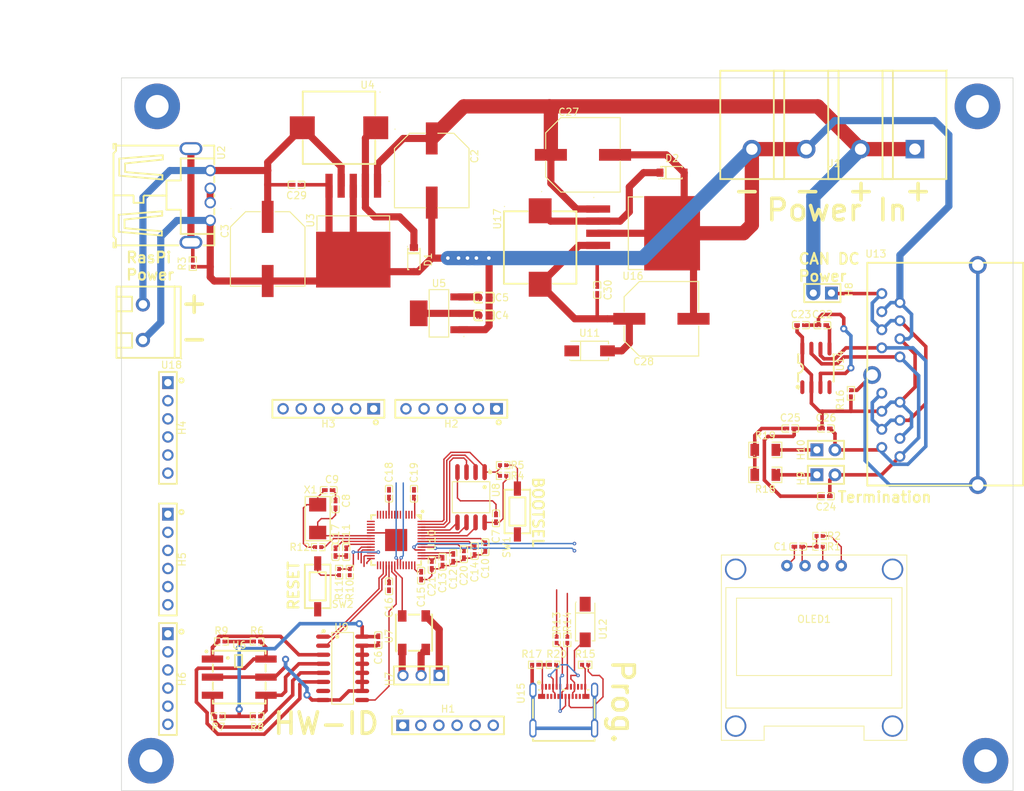
<source format=kicad_pcb>
(kicad_pcb (version 20221018) (generator pcbnew)
  (title_block (title "Dispensy Mainboard") (date "2024-01-21") (rev "0") (company "DrinkRobotics") (comment 1 "https://git.xythobuz.de/thomas/Dispensy") (comment 2 "Licensed under the CERN-OHL-S-2.0+") (comment 3 "PCB Thickness: 1mm") (comment 4 "Copyright (c) 2023 - 2024 Thomas Buck <thomas@xythobuz.de>"))
  (layers (0 "F.Cu" signal) (31 "B.Cu" signal) (34 "B.Paste" user) (35 "F.Paste" user) (36 "B.SilkS" user "B.Silkscreen") (37 "F.SilkS" user "F.Silkscreen") (38 "B.Mask" user) (39 "F.Mask" user) (44 "Edge.Cuts" user))
  (net 0 "")
  (net 1 "GND")
  (net 2 "+3.3V")
  (net 3 "+VDC")
  (net 4 "/EXT_PSU/Vout")
  (net 5 "+5V")
  (net 6 "Net-(U10-XIN)")
  (net 7 "Net-(X1-OSC2)")
  (net 8 "+1V1")
  (net 9 "Net-(U14-CANH)")
  (net 10 "Net-(C25-Pad1)")
  (net 11 "Net-(U14-CANL)")
  (net 12 "/PI/PI_PSU/Vout")
  (net 13 "Net-(U3-OUT)")
  (net 14 "Net-(U16-OUT)")
  (net 15 "/PI/ADC0")
  (net 16 "/PI/ADC1")
  (net 17 "/PI/ADC2")
  (net 18 "/PI/ADC3")
  (net 19 "/PI/IO0")
  (net 20 "/PI/IO1")
  (net 21 "/PI/IO2")
  (net 22 "/PI/IO3")
  (net 23 "/PI/IO4")
  (net 24 "/PI/IO5")
  (net 25 "/PI/IO6")
  (net 26 "/PI/IO7")
  (net 27 "/PI/IO8")
  (net 28 "/PI/IO9")
  (net 29 "/PI/IO10")
  (net 30 "/PI/IO11")
  (net 31 "/PI/IO12")
  (net 32 "/PI/IO13")
  (net 33 "/PI/IO14")
  (net 34 "/PI/IO15")
  (net 35 "/PI/Debug_Clock")
  (net 36 "/PI/Debug_Data")
  (net 37 "/PI/Debug_Tx")
  (net 38 "/PI/Debug_Rx")
  (net 39 "Net-(U7-DO)")
  (net 40 "Net-(H8-Pad1)")
  (net 41 "Net-(H9-Pad1)")
  (net 42 "Net-(H10-Pad1)")
  (net 43 "/PI/I2C_SCL")
  (net 44 "/PI/I2C_SDA")
  (net 45 "Net-(U2-SH1)")
  (net 46 "/PI/SPI_FLASH.SS")
  (net 47 "Net-(R5-Pad1)")
  (net 48 "Net-(U9-D7)")
  (net 49 "Net-(U9-D6)")
  (net 50 "Net-(U9-D5)")
  (net 51 "Net-(U9-D4)")
  (net 52 "Net-(U10-RUN)")
  (net 53 "Net-(R11-Pad2)")
  (net 54 "Net-(U10-XOUT)")
  (net 55 "/PI/USBC.DP")
  (net 56 "Net-(U10-USB_DP)")
  (net 57 "/PI/USBC.DM")
  (net 58 "Net-(U10-USB_DM)")
  (net 59 "Net-(U15-CC2)")
  (net 60 "Net-(R16-Pad1)")
  (net 61 "/PI/USBC.SHIELD")
  (net 62 "Net-(U15-CC1)")
  (net 63 "Net-(U2-D+)")
  (net 64 "/PI/LED_Din")
  (net 65 "/PI/SPI_FLASH.SD1")
  (net 66 "/PI/SPI_FLASH.SD2")
  (net 67 "/PI/SPI_FLASH.SD0")
  (net 68 "/PI/SPI_FLASH.SCLK")
  (net 69 "/PI/SPI_FLASH.SD3")
  (net 70 "/PI/SR_Load")
  (net 71 "/PI/SR_Clock")
  (net 73 "/PI/SR_Data")
  (net 74 "Net-(U10-GPIO24)")
  (net 75 "Net-(U10-GPIO25)")
  (net 76 "/PI/USBC.VBUS")
  (footprint "jlc_footprints:HDR-TH_3P-P2.54-V-F" (layer "F.Cu") (at 135.5 131.552545 180)
    (fp_text reference "H7")
    (fp_text value "WS2812")
  )
  (footprint "jlc_footprints:C0402" (layer "F.Cu") (at 138.5 115.59763 -90)
    (fp_text reference "C13")
    (fp_text value "1uF")
  )
  (footprint "jlc_footprints:R1206" (layer "F.Cu") (at 183.754966 99.907765)
    (fp_text reference "R19")
    (fp_text value "60R4")
  )
  (footprint "jlc_footprints:TO-263-5_L10.6-W9.6-P1.70-LS15.9-BR" (layer "F.Cu") (at 125.990456 68.034258 90)
    (fp_text reference "U3")
    (fp_text value "LM2576S-5_0_TR")
  )
  (footprint "jlc_footprints:R0402" (layer "F.Cu") (at 125.5 117.052545 -90)
    (fp_text reference "R10")
    (fp_text value "10K")
  )
  (footprint "jlc_footprints:CAP-SMD_BD10.0-L10.3-W10.3-FD" (layer "F.Cu") (at 158.190482 58.51762)
    (fp_text reference "C27")
    (fp_text value "100uF")
  )
  (footprint "jlc_footprints:HDR-TH_6P-P2.54-V-F" (layer "F.Cu") (at 100 96.822548 -90)
    (fp_text reference "H4")
    (fp_text value "IO_C")
  )
  (footprint "jlc_footprints:CONN-TH_4P-P7.62_L15.2-W31.7-EX4.2" (layer "F.Cu") (at 193.300464 57.717646 180)
    (fp_text reference "U1")
    (fp_text value "DBT50G-7_62-4P")
  )
  (footprint "jlc_footprints:R0402" (layer "F.Cu") (at 156 126.552545 -90)
    (fp_text reference "R14")
    (fp_text value "27R4")
  )
  (footprint "jlc_footprints:RJ45-TH_DS1129-05-S80BP-X" (layer "F.Cu") (at 206.140469 89.407765 90)
    (fp_text reference "U13")
    (fp_text value "CAN_IO")
  )
  (footprint "jlc_footprints:SOD-123_L2.8-W1.8-LS3.7-RD" (layer "F.Cu") (at 170.690482 61.01762)
    (fp_text reference "D2")
    (fp_text value "MBR340F")
  )
  (footprint "jlc_footprints:C0402" (layer "F.Cu") (at 188.754966 82.407765 180)
    (fp_text reference "C23")
    (fp_text value "47nF")
  )
  (footprint "jlc_footprints:C0402" (layer "F.Cu") (at 125 114.25 -90)
    (fp_text reference "C11")
    (fp_text value "100nF")
  )
  (footprint "jlc_footprints:CAP-SMD_BD10.0-L10.3-W10.3-FD" (layer "F.Cu") (at 136.990456 60.717646 -90)
    (fp_text reference "C2")
    (fp_text value "100uF")
  )
  (footprint "jlc_footprints:R0402" (layer "F.Cu") (at 112.5 126.78813)
    (fp_text reference "R6")
    (fp_text value "10K")
  )
  (footprint "jlc_footprints:C0402" (layer "F.Cu") (at 188.374904 113.48238 180)
    (fp_text reference "C1")
    (fp_text value "100nF")
  )
  (footprint "jlc_footprints:R0402" (layer "F.Cu") (at 154.5 126.552545 -90)
    (fp_text reference "R13")
    (fp_text value "27R4")
  )
  (footprint "jlc_footprints:C0402" (layer "F.Cu") (at 137 116.052545 -90)
    (fp_text reference "C21")
    (fp_text value "100nF")
  )
  (footprint "jlc_footprints:C0402" (layer "F.Cu") (at 192.254966 96.907765)
    (fp_text reference "C26")
    (fp_text value "100pF")
  )
  (footprint "jlc_footprints:HDR-TH_6P-P2.54-V-F" (layer "F.Cu") (at 100 132.052545 -90)
    (fp_text reference "H6")
    (fp_text value "Debug")
  )
  (footprint "jlc_footprints:C0402" (layer "F.Cu") (at 131 119.052545 -90)
    (fp_text reference "C16")
    (fp_text value "100nF")
  )
  (footprint "jlc_footprints:SOT-223-4_L6.5-W3.5-P2.30-LS7.0-BR" (layer "F.Cu") (at 138 80.75)
    (fp_text reference "U5")
    (fp_text value "AMS1117-3_3_C347222")
  )
  (footprint "jlc_footprints:SOIC-8_L5.0-W4.0-P1.27-LS6.0-BL" (layer "F.Cu") (at 190.849962 88.407765)
    (fp_text reference "U14")
    (fp_text value "TJA1042T_3_1J")
  )
  (footprint "jlc_footprints:CONN-TH_XY300V-A-5.0-2P" (layer "F.Cu") (at 96.5 82 90)
    (fp_text reference "U18")
    (fp_text value "XY300V-A-5_0-2P")
  )
  (footprint "jlc_footprints:LED-SMD_4P-L5.0-W5.0-LS5.4-TL-1" (layer "F.Cu") (at 134.5 125.552545 90)
    (fp_text reference "U7")
    (fp_text value "WS2812E-V5")
  )
  (footprint "MountingHole:MountingHole_3.2mm_M3_Pad_TopBottom" (layer "F.Cu") (at 213.5 51.717646)
    (fp_text reference "H12" hide)
    (fp_text value "MountingHole" hide)
  )
  (footprint "jlc_footprints:HDR-TH_6P-P2.54-V-F" (layer "F.Cu") (at 139.270003 138.552545)
    (fp_text reference "H1")
    (fp_text value "IO_ADC")
  )
  (footprint "jlc_footprints:R0402" (layer "F.Cu") (at 103.490456 73.784829 90)
    (fp_text reference "R3")
    (fp_text value "1M")
  )
  (footprint "jlc_footprints:C0402" (layer "F.Cu") (at 146 109.50746 90)
    (fp_text reference "C7")
    (fp_text value "100nF")
  )
  (footprint "jlc_footprints:C0402" (layer "F.Cu") (at 122.545085 105.552545 180)
    (fp_text reference "C9")
    (fp_text value "27p")
  )
  (footprint "jlc_footprints:HDR-TH_2P-P2.54-V-M-1" (layer "F.Cu") (at 191.754966 77.907765 180)
    (fp_text reference "H8")
    (fp_text value "PWR")
  )
  (footprint "jlc_footprints:HDR-TH_6P-P2.54-V-F" (layer "F.Cu") (at 139.730124 94.142588 180)
    (fp_text reference "H2")
    (fp_text value "IO_A")
  )
  (footprint "jlc_footprints:R0402" (layer "F.Cu") (at 191.374904 113.48238 180)
    (fp_text reference "R1")
    (fp_text value "10K")
  )
  (footprint "jlc_footprints:R0402" (layer "F.Cu") (at 154 130.052545 180)
    (fp_text reference "R20")
    (fp_text value "5K1")
  )
  (footprint "jlc_footprints:C0402" (layer "F.Cu") (at 131 106.052545 90)
    (fp_text reference "C18")
    (fp_text value "100nF")
  )
  (footprint "jlc_footprints:USB-C-SMD_TYPE-C-USB-18" (layer "F.Cu") (at 155.5 136.052545)
    (fp_text reference "U15")
    (fp_text value "USB-C")
  )
  (footprint "jlc_footprints:C0402" (layer "F.Cu") (at 140 115.052545 -90)
    (fp_text reference "C12")
    (fp_text value "1uF")
  )
  (footprint "jlc_footprints:OSC-SMD_2P-L5.0-W3.2" (layer "F.Cu") (at 121 109.552545 90)
    (fp_text reference "X1")
    (fp_text value "12MHz")
  )
  (footprint "jlc_footprints:SW-SMD_L6.1-W3.6-LS6.6" (layer "F.Cu") (at 149 108.552545 -90)
    (fp_text reference "SW1")
    (fp_text value "BOOTSEL")
  )
  (footprint "MountingHole:MountingHole_3.2mm_M3_Pad_TopBottom" (layer "F.Cu") (at 98.5 51.717646)
    (fp_text reference "H11" hide)
    (fp_text value "MountingHole" hide)
  )
  (footprint "jlc_footprints:TO-263-5_L10.6-W9.6-P1.70-LS15.9-BR" (layer "F.Cu") (at 165.507094 69.51762 180)
    (fp_text reference "U16")
    (fp_text value "LM2576S-5_0_TR")
  )
  (footprint "jlc_footprints:R0402" (layer "F.Cu") (at 124 117.052545 -90)
    (fp_text reference "R11")
    (fp_text value "1K")
  )
  (footprint "jlc_footprints:R0402" (layer "F.Cu") (at 121.067183 113.552545)
    (fp_text reference "R12")
    (fp_text value "1K")
  )
  (footprint "jlc_footprints:HDR-TH_6P-P2.54-V-F" (layer "F.Cu") (at 122.500127 94.142588 180)
    (fp_text reference "H3")
    (fp_text value "IO_B")
  )
  (footprint "jlc_footprints:SW-SMD_L6.1-W3.6-LS6.6" (layer "F.Cu") (at 121 119.052545 -90)
    (fp_text reference "SW2")
    (fp_text value "RESET")
  )
  (footprint "jlc_footprints:R0402" (layer "F.Cu") (at 151.5 130.052545)
    (fp_text reference "R17")
    (fp_text value "1M")
  )
  (footprint "jlc_footprints:R0402" (layer "F.Cu") (at 147 103.552545 180)
    (fp_text reference "R4")
    (fp_text value "10K")
  )
  (footprint "jlc_footprints:R0402" (layer "F.Cu") (at 158.5 130.052545 180)
    (fp_text reference "R15")
    (fp_text value "5K1")
  )
  (footprint "jlc_footprints:C0402" (layer "F.Cu") (at 141.5 114.552545 -90)
    (fp_text reference "C20")
    (fp_text value "100nF")
  )
  (footprint "jlc_footprints:SOIC-8_L5.3-W5.3-P1.27-LS8.0-BL" (layer "F.Cu") (at 142.5 106.552545 180)
    (fp_text reference "U8")
    (fp_text value "W25Q128JVSIQ")
  )
  (footprint "jlc_footprints:C0402" (layer "F.Cu") (at 192.254966 106.407765 180)
    (fp_text reference "C24")
    (fp_text value "100pF")
  )
  (footprint "jlc_footprints:SMA_L4.4-W2.8-LS5.4-R-RD" (layer "F.Cu") (at 159.125096 86.01762)
    (fp_text reference "U11")
    (fp_text value "SS54_C22452")
  )
  (footprint "MountingHole:MountingHole_3.2mm_M3_Pad_TopBottom" (layer "F.Cu") (at 214.625096 143.51762)
    (fp_text reference "H14" hide)
    (fp_text value "MountingHole" hide)
  )
  (footprint "jlc_footprints:CAP-SMD_BD10.0-L10.3-W10.3-LS11.3-FD" (layer "F.Cu") (at 113.990456 71.717646 -90)
    (fp_text reference "C3")
    (fp_text value "1000uF")
  )
  (footprint "jlc_footprints:CAP-SMD_BD10.0-L10.3-W10.3-LS11.3-FD" (layer "F.Cu") (at 169.190482 81.51762)
    (fp_text reference "C28")
    (fp_text value "1000uF")
  )
  (footprint "jlc_footprints:C0402" (layer "F.Cu") (at 144.5 113.552545 -90)
    (fp_text reference "C10")
    (fp_text value "100nF")
  )
  (footprint "jlc_footprints:C0603" (layer "F.Cu") (at 144.3349 78.549975)
    (fp_text reference "C5")
    (fp_text value "10uF")
  )
  (footprint "jlc_footprints:C0402" (layer "F.Cu") (at 134.5 106.052545 90)
    (fp_text reference "C19")
    (fp_text value "100nF")
  )
  (footprint "jlc_footprints:C0402" (layer "F.Cu") (at 135.5 117.552545 -90)
    (fp_text reference "C15")
    (fp_text value "100nF")
  )
  (footprint "jlc_footprints:R0402" (layer "F.Cu") (at 195.754966 91.974948 -90)
    (fp_text reference "R16")
    (fp_text value "1M")
  )
  (footprint "jlc_footprints:SMA_L4.4-W2.8-LS5.4-R-RD" (layer "F.Cu") (at 158.5 124.052545 -90)
    (fp_text reference "U12")
    (fp_text value "SS54_C22452")
  )
  (footprint "jlc_footprints:R0402" (layer "F.Cu") (at 147 102.052545 180)
    (fp_text reference "R5")
    (fp_text value "1K")
  )
  (footprint "jlc_footprints:SW-SMD_SM_SKCR-16S" (layer "F.Cu") (at 110 131.78813 90)
    (fp_text reference "U6")
    (fp_text value "SKCR-16S")
  )
  (footprint "jlc_footprints:C0603" (layer "F.Cu") (at 144.3349 81.049975)
    (fp_text reference "C4")
    (fp_text value "10uF")
  )
  (footprint "jlc_footprints:C0402" (layer "F.Cu") (at 187.254966 96.907765)
    (fp_text reference "C25")
    (fp_text value "4.7nF")
  )
  (footprint "jlc_footprints:C0402" (layer "F.Cu") (at 143 114.09763 -90)
    (fp_text reference "C14")
    (fp_text value "100nF")
  )
  (footprint "jlc_footprints:R1206" (layer "F.Cu") (at 183.754966 103.407765 180)
    (fp_text reference "R18")
    (fp_text value "60R4")
  )
  (footprint "jlc_footprints:USB-A-TH_USB-302-T" (layer "F.Cu") (at 104.581769 64.217646 -90)
    (fp_text reference "U2")
    (fp_text value "USB-A")
  )
  (footprint "jlc_footprints:C0402" (layer "F.Cu") (at 129.5 126.59763 90)
    (fp_text reference "C6")
    (fp_text value "100nF")
  )
  (footprint "jlc_footprints:SOIC-16_L9.9-W3.9-P1.27-LS6.0-BL" (layer "F.Cu") (at 124.5 130.552545 -90)
    (fp_text reference "U9")
    (fp_text value "74HC165D,653")
  )
  (footprint "jlc_footprints:R0402" (layer "F.Cu") (at 191.374904 111.98238 180)
    (fp_text reference "R2")
    (fp_text value "10K")
  )
  (footprint "MountingHole:MountingHole_3.2mm_M3_Pad_TopBottom" (layer "F.Cu") (at 97.625096 143.51762)
    (fp_text reference "H13" hide)
    (fp_text value "MountingHole" hide)
  )
  (footprint "jlc_footprints:SOD-123_L2.8-W1.8-LS3.7-RD" (layer "F.Cu") (at 134.490456 73.217646 -90)
    (fp_text reference "D1")
    (fp_text value "MBR340F")
  )
  (footprint "jlc_footprints:IND-SMD_L11.5-W10.0_YSPI1050" (layer "F.Cu") (at 152.190482 71.51762 -90)
    (fp_text reference "U17")
    (fp_text value "100uH")
  )
  (footprint "jlc_footprints:LQFN-56_L7.0-W7.0-P0.4-EP" (layer "F.Cu") (at 131.999873 112.552545 -90)
    (fp_text reference "U10")
    (fp_text value "RP2040")
  )
  (footprint "jlc_footprints:HDR-TH_6P-P2.54-V-F" (layer "F.Cu") (at 100 115.282542 -90)
    (fp_text reference "H5")
    (fp_text value "IO_D")
  )
  (footprint "jlc_footprints:IND-SMD_L11.5-W10.0_YSPI1050" (layer "F.Cu") (at 123.990456 54.717646 180)
    (fp_text reference "U4")
    (fp_text value "100uH")
  )
  (footprint "jlc_footprints:R0402" (layer "F.Cu") (at 112.5 137.28813)
    (fp_text reference "R8")
    (fp_text value "10K")
  )
  (footprint "jlc_footprints:C0402" (layer "F.Cu") (at 123.5 107.552545 -90)
    (fp_text reference "C8")
    (fp_text value "27p")
  )
  (footprint "jlc_footprints:C0402" (layer "F.Cu") (at 118.035541 62.717646 180)
    (fp_text reference "C29")
    (fp_text value "100nF")
  )
  (footprint "jlc_footprints:R0402" (layer "F.Cu") (at 107.5 126.78813 180)
    (fp_text reference "R9")
    (fp_text value "10K")
  )
  (footprint "extern:SSD1306_0.96_Oled" (layer "F.Cu") (at 177.595 140.655)
    (fp_text reference "OLED1")
    (fp_text value "SSD1306")
  )
  (footprint "jlc_footprints:C0402" (layer "F.Cu") (at 191.754966 82.407765)
    (fp_text reference "C22")
    (fp_text value "100nF")
  )
  (footprint "jlc_footprints:C0402" (layer "F.Cu") (at 123.5 114.25 -90)
    (fp_text reference "C17")
    (fp_text value "100nF")
  )
  (footprint "jlc_footprints:HDR-TH_2P-P2.54-V-M-1" (layer "F.Cu") (at 192.254966 99.907765)
    (fp_text reference "H10")
    (fp_text value "T_CL")
  )
  (footprint "jlc_footprints:R0402" (layer "F.Cu") (at 107.067183 137.28813 180)
    (fp_text reference "R7")
    (fp_text value "10K")
  )
  (footprint "jlc_footprints:HDR-TH_2P-P2.54-V-M-1" (layer "F.Cu") (at 192.254966 103.407765)
    (fp_text reference "H9")
    (fp_text value "T_CH")
  )
  (footprint "jlc_footprints:C0402" (layer "F.Cu") (at 160.190482 77.472535 -90)
    (fp_text reference "C30")
    (fp_text value "100nF")
  )
  (gr_rect (start 93.490456 47.717646) (end 218.490456 147.717646) (stroke (width 0.1)) (fill none) (layer "Edge.Cuts"))
  (gr_text "BOOTSEL" (at 151 103.552545 -90) (layer "F.SilkS") (effects (font (size 1.5 1.5) (thickness 0.3) bold) (justify left bottom)))
  (gr_text "Power In" (at 183.625096 68.01762) (layer "F.SilkS") (effects (font (size 3 3) (thickness 0.5) bold) (justify left bottom)))
  (gr_text "-" (at 178.990456 65.217646) (layer "F.SilkS") (effects (font (size 3 3) (thickness 0.5) bold) (justify left bottom)))
  (gr_text "Termination" (at 193.754966 107.407765) (layer "F.SilkS") (effects (font (size 1.5 1.5) (thickness 0.3) bold) (justify left bottom)))
  (gr_text "+" (at 194.990456 65.217646) (layer "F.SilkS") (effects (font (size 3 3) (thickness 0.5) bold) (justify left bottom)))
  (gr_text "RasPi\nPower" (at 93.990456 76.217646) (layer "F.SilkS") (effects (font (size 1.5 1.5) (thickness 0.3) bold) (justify left bottom)))
  (gr_text "-" (at 101.5 86) (layer "F.SilkS") (effects (font (size 3 3) (thickness 0.5) bold) (justify left bottom)))
  (gr_text "HW-ID" (at 114.5 140.052545) (layer "F.SilkS") (effects (font (size 3 3) (thickness 0.5) bold) (justify left bottom)))
  (gr_text "Prog." (at 162 129.052545 -90) (layer "F.SilkS") (effects (font (size 3 3) (thickness 0.5) bold) (justify left bottom)))
  (gr_text "+" (at 202.990456 65.217646) (layer "F.SilkS") (effects (font (size 3 3) (thickness 0.5) bold) (justify left bottom)))
  (gr_text "RESET" (at 118.5 122.552545 90) (layer "F.SilkS") (effects (font (size 1.5 1.5) (thickness 0.3) bold) (justify left bottom)))
  (gr_text "CAN DC\nPower" (at 188.254966 76.407765) (layer "F.SilkS") (effects (font (size 1.5 1.5) (thickness 0.3) bold) (justify left bottom)))
  (gr_text "+" (at 101.5 81) (layer "F.SilkS") (effects (font (size 3 3) (thickness 0.5) bold) (justify left bottom)))
  (gr_text "-" (at 187.490456 65.217646) (layer "F.SilkS") (effects (font (size 3 3) (thickness 0.5) bold) (justify left bottom)))
  (segment (start 134.490456 74.910051) (end 127.682861 74.910051) (width 1) (layer "F.Cu") (net 1))
  (segment (start 138.045085 116.59763) (end 138.5 116.142715) (width 0.2) (layer "F.Cu") (net 1))
  (segment (start 127.235585 131.187546) (end 127.235585 129.917544) (width 0.5) (layer "F.Cu") (net 1))
  (segment (start 145.034925 78.549975) (end 145.034925 73.034925) (width 1) (layer "F.Cu") (net 1))
  (segment (start 141.5 115.09763) (end 142.545085 115.09763) (width 0.2) (layer "F.Cu") (net 1))
  (segment (start 125.990456 62.85087) (end 125.990456 73.217646) (width 1) (layer "F.Cu") (net 1))
  (segment (start 151.932817 130.052545) (end 152.5 130.052545) (width 0.5) (layer "F.Cu") (net 1))
  (segment (start 158.5 130.622547) (end 158.067183 130.18973) (width 0.2) (layer "F.Cu") (net 1))
  (segment (start 191.709881 96.907765) (end 191.709881 94.532733) (width 0.5) (layer "F.Cu") (net 1))
  (segment (start 116.5 129.28813) (end 116.5 130.28813) (width 0.5) (layer "F.Cu") (net 1))
  (segment (start 106.490329 76.217519) (end 113.990456 76.217519) (width 1) (layer "F.Cu") (net 1))
  (segment (start 172.382887 67.825215) (end 170.690482 69.51762) (width 1) (layer "F.Cu") (net 1))
  (segment (start 173.690355 81.51762) (end 173.690355 72.517493) (width 1) (layer "F.Cu") (net 1))
  (segment (start 145.5 107.052545) (end 146 107.552545) (width 0.2) (layer "F.Cu") (net 1))
  (segment (start 141 115.59763) (end 141.5 115.09763) (width 0.2) (layer "F.Cu") (net 1))
  (segment (start 187.625096 98.01762) (end 187.800051 97.842665) (width 0.5) (layer "F.Cu") (net 1))
  (segment (start 184.125096 98.01762) (end 187.625096 98.01762) (width 0.5) (layer "F.Cu") (net 1))
  (segment (start 136.990456 73.009544) (end 136.990456 65.217519) (width 1) (layer "F.Cu") (net 1))
  (segment (start 141 107.052545) (end 145.5 107.052545) (width 0.2) (layer "F.Cu") (net 1))
  (segment (start 202.625458 93.217646) (end 204.754966 91.088138) (width 0.5) (layer "F.Cu") (net 1))
  (segment (start 122.990583 76.217519) (end 125.990456 73.217646) (width 1) (layer "F.Cu") (net 1))
  (segment (start 123.09017 105.552545) (end 123.5 105.962375) (width 0.2) (layer "F.Cu") (net 1))
  (segment (start 190.214961 93.36776) (end 191.334849 94.487648) (width 0.5) (layer "F.Cu") (net 1))
  (segment (start 134.490456 74.910051) (end 135.089949 74.910051) (width 1) (layer "F.Cu") (net 1))
  (segment (start 167.290431 72.917671) (end 170.690482 69.51762) (width 1) (layer "F.Cu") (net 1))
  (segment (start 127.235585 132.457549) (end 127.235585 131.187546) (width 0.5) (layer "F.Cu") (net 1))
  (segment (start 152.5 133.142588) (end 152.5 134.392525) (width 0.2) (layer "F.Cu") (net 1))
  (segment (start 183.625096 98.51762) (end 184.125096 98.01762) (width 0.5) (layer "F.Cu") (net 1))
  (segment (start 158.5 134.392525) (end 158.600076 134.492601) (width 0.2) (layer "F.Cu") (net 1))
  (segment (start 172.382887 61.01762) (end 172.382887 67.825215) (width 1) (layer "F.Cu") (net 1))
  (segment (start 158.067183 130.18973) (end 158.067183 130.052545) (width 0.2) (layer "F.Cu") (net 1))
  (segment (start 185.87949 106.407765) (end 183.625096 104.153371) (width 0.5) (layer "F.Cu") (net 1))
  (segment (start 145.034925 73.034925) (end 145 73) (width 1) (layer "F.Cu") (net 1))
  (segment (start 138.040005 131.552545) (end 138.040005 125.092423) (width 1) (layer "F.Cu") (net 1))
  (segment (start 129.265176 127.377539) (end 129.5 127.142715) (width 0.5) (layer "F.Cu") (net 1))
  (segment (start 136.990456 73.009544) (end 139.240456 73.009544) (width 1) (layer "F.Cu") (net 1))
  (segment (start 143.954915 114.642715) (end 144.5 114.09763) (width 0.2) (layer "F.Cu") (net 1))
  (segment (start 135.5 118.09763) (end 136.454915 118.09763) (width 0.2) (layer "F.Cu") (net 1))
  (segment (start 142.545085 115.09763) (end 143 114.642715) (width 0.2) (layer "F.Cu") (net 1))
  (segment (start 145.034925 78.549975) (end 145.034925 81.049975) (width 1) (layer "F.Cu") (net 1))
  (segment (start 152.5 130.052545) (end 153.567183 130.052545) (width 0.5) (layer "F.Cu") (net 1))
  (segment (start 137 116.59763) (end 138.045085 116.59763) (width 0.2) (layer "F.Cu") (net 1))
  (segment (start 127.682861 74.910051) (end 125.990456 73.217646) (width 1) (layer "F.Cu") (net 1))
  (segment (start 195.754966 92.407765) (end 195.754966 94.487648) (width 0.5) (layer "F.Cu") (net 1))
  (segment (start 137 117.552545) (end 137 116.59763) (width 0.2) (layer "F.Cu") (net 1))
  (segment (start 162.690355 58.51762) (end 169.882887 58.51762) (width 1) (layer "F.Cu") (net 1))
  (segment (start 128.449835 111.552545) (end 131 111.552545) (width 0.2) (layer "F.Cu") (net 1))
  (segment (start 127.235585 133.727551) (end 127.235585 132.457549) (width 0.5) (layer "F.Cu") (net 1))
  (segment (start 124.11557 134.997554) (end 121.764415 134.997554) (width 0.5) (layer "F.Cu") (net 1))
  (segment (start 152.5 133.142588) (end 152.5 130.052545) (width 0.2) (layer "F.Cu") (net 1))
  (segment (start 145.034925 82.499975) (end 145.034925 81.049975) (width 1) (layer "F.Cu") (net 1))
  (segment (start 136.454915 118.09763) (end 137 117.552545) (width 0.2) (layer "F.Cu") (net 1))
  (segment (start 189.490456 57.717646) (end 181.870441 57.717646) (width 2) (layer "F.Cu") (net 1))
  (segment (start 160.323706 69.51762) (end 170.690482 69.51762) (width 1) (layer "F.Cu") (net 1))
  (segment (start 188.944958 84.097757) (end 188.209881 83.36268) (width 0.5) (layer "F.Cu") (net 1))
  (segment (start 116.5 130.28813) (end 115 131.78813) (width 0.5) (layer "F.Cu") (net 1))
  (segment (start 122.590405 62.85087) (end 122.590405 69.817595) (width 1) (layer "F.Cu") (net 1))
  (segment (start 140.594996 106.647541) (end 141 107.052545) (width 0.2) (layer "F.Cu") (net 1))
  (segment (start 173.690355 72.517493) (end 170.690482 69.51762) (width 1) (layer "F.Cu") (net 1))
  (segment (start 105.936735 74.217646) (end 105.936735 75.663925) (width 1) (layer "F.Cu") (net 1))
  (segment (start 190.214961 89.36776) (end 188.944958 88.097757) (width 0.5) (layer "F.Cu") (net 1))
  (segment (start 187.800051 97.842665) (end 187.800051 96.907765) (width 0.5) (layer "F.Cu") (net 1))
  (segment (start 146 107.552545) (end 146 108.962375) (width 0.2) (layer "F.Cu") (net 1))
  (segment (start 187.829819 113.48238) (end 187.829819 115.110181) (width 0.2) (layer "F.Cu") (net 1))
  (segment (start 180.690482 69.51762) (end 170.690482 69.51762) (width 2) (layer "F.Cu") (net 1))
  (segment (start 125 114.795085) (end 123.5 114.795085) (width 0.2) (layer "F.Cu") (net 1))
  (segment (start 152.5 134.392525) (end 152.399924 134.492601) (width 0.2) (layer "F.Cu") (net 1))
  (segment (start 158.5 133.142588) (end 158.5 134.392525) (width 0.2) (layer "F.Cu") (net 1))
  (segment (start 127.235585 133.727551) (end 125.385573 133.727551) (width 0.5) (layer "F.Cu") (net 1))
  (segment (start 183.625096 104.153371) (end 183.625096 98.51762) (width 0.5) (layer "F.Cu") (net 1))
  (segment (start 181.870441 57.717646) (end 181.870441 68.337661) (width 2) (layer "F.Cu") (net 1))
  (segment (start 158.5 133.142588) (end 158.5 130.622547) (width 0.2) (layer "F.Cu") (net 1))
  (segment (start 113.990456 76.217519) (end 122.990583 76.217519) (width 1) (layer "F.Cu") (net 1))
  (segment (start 127.235585 127.377539) (end 127.235585 128.647541) (width 0.5) (layer "F.Cu") (net 1))
  (segment (start 127.235585 127.377539) (end 129.265176 127.377539) (width 0.5) (layer "F.Cu") (net 1))
  (segment (start 204.754966 86.457136) (end 202.625458 84.327628) (width 0.5) (layer "F.Cu") (net 1))
  (segment (start 140 115.59763) (end 141 115.59763) (width 0.2) (layer "F.Cu") (net 1))
  (segment (start 144.484925 83.049975) (end 145.034925 82.499975) (width 1) (layer "F.Cu") (net 1))
  (segment (start 188.944958 88.097757) (end 188.944958 85.70266) (width 0.5) (layer "F.Cu") (net 1))
  (segment (start 191.709881 106.407765) (end 185.87949 106.407765) (width 0.5) (layer "F.Cu") (net 1))
  (segment (start 122.590405 69.817595) (end 125.990456 73.217646) (width 1) (layer "F.Cu") (net 1))
  (segment (start 120.209424 134.997554) (end 119.5 134.28813) (width 0.5) (layer "F.Cu") (net 1))
  (segment (start 187.829819 115.110181) (end 186.785 116.155) (width 0.2) (layer "F.Cu") (net 1))
  (segment (start 105.936735 67.717773) (end 105.936735 74.217646) (width 1) (layer "F.Cu") (net 1))
  (segment (start 191.754966 94.487648) (end 195.754966 94.487648) (width 0.5) (layer "F.Cu") (net 1))
  (segment (start 204.754966 91.088138) (end 204.754966 86.457136) (width 0.5) (layer "F.Cu") (net 1))
  (segment (start 118.580626 62.717646) (end 122.457181 62.717646) (width 0.5) (layer "F.Cu") (net 1))
  (segment (start 140.594996 103.022446) (end 140.594996 106.647541) (width 0.2) (layer "F.Cu") (net 1))
  (segment (start 188.209881 82.407765) (end 188.209881 83.36268) (width 0.5) (layer "F.Cu") (net 1))
  (segment (start 115 131.78813) (end 113.750064 131.78813) (width 0.5) (layer "F.Cu") (net 1))
  (segment (start 160.190482 73.050895) (end 160.323706 72.917671) (width 0.5) (layer "F.Cu") (net 1))
  (segment (start 160.323706 72.917671) (end 167.290431 72.917671) (width 1) (layer "F.Cu") (net 1))
  (segment (start 188.944958 85.70266) (end 188.944958 84.097757) (width 0.5) (layer "F.Cu") (net 1))
  (segment (start 131 111.552545) (end 132 112.552545) (width 0.2) (layer "F.Cu") (net 1))
  (segment (start 135.089949 74.910051) (end 136.990456 73.009544) (width 1) (layer "F.Cu") (net 1))
  (segment (start 123.5 105.962375) (end 123.5 107.00746) (width 0.2) (layer "F.Cu") (net 1))
  (segment (start 105.936735 75.663925) (end 106.490329 76.217519) (width 1) (layer "F.Cu") (net 1))
  (segment (start 139.25 73) (end 145 73) (width 1) (layer "F.Cu") (net 1))
  (segment (start 103.490456 74.217646) (end 105.936735 74.217646) (width 0.5) (layer "F.Cu") (net 1))
  (segment (start 181.870441 68.337661) (end 180.690482 69.51762) (width 2) (layer "F.Cu") (net 1))
  (segment (start 106.249936 131.78813) (end 113.750064 131.78813) (width 0.5) (layer "F.Cu") (net 1))
  (segment (start 121.764415 134.997554) (end 120.209424 134.997554) (width 0.5) (layer "F.Cu") (net 1))
  (segment (start 195.754966 94.487648) (end 200.085452 94.487648) (width 0.5) (layer "F.Cu") (net 1))
  (segment (start 169.882887 58.51762) (end 172.382887 61.01762) (width 1) (layer "F.Cu") (net 1))
  (segment (start 191.334849 94.487648) (end 191.754966 94.487648) (width 0.5) (layer "F.Cu") (net 1))
  (segment (start 140.8349 83.049975) (end 144.484925 83.049975) (width 1) (layer "F.Cu") (net 1))
  (segment (start 139.240456 73.009544) (end 139.25 73) (width 1) (layer "F.Cu") (net 1))
  (segment (start 125.385573 133.727551) (end 124.11557 134.997554) (width 0.5) (layer "F.Cu") (net 1))
  (segment (start 160.190482 76.92745) (end 160.190482 73.050895) (width 0.5) (layer "F.Cu") (net 1))
  (segment (start 191.709881 96.907765) (end 187.800051 96.907765) (width 0.5) (layer "F.Cu") (net 1))
  (segment (start 122.457181 62.717646) (end 122.590405 62.85087) (width 0.5) (layer "F.Cu") (net 1))
  (segment (start 139.454915 116.142715) (end 140 115.59763) (width 0.2) (layer "F.Cu") (net 1))
  (segment (start 143 114.642715) (end 143.954915 114.642715) (width 0.2) (layer "F.Cu") (net 1))
  (segment (start 190.214961 91.11287) (end 190.214961 89.36776) (width 0.5) (layer "F.Cu") (net 1))
  (segment (start 190.214961 91.11287) (end 190.214961 93.36776) (width 0.5) (layer "F.Cu") (net 1))
  (segment (start 191.709881 94.532733) (end 191.754966 94.487648) (width 0.5) (layer "F.Cu") (net 1))
  (segment (start 127.235585 129.917544) (end 127.235585 128.647541) (width 0.5) (layer "F.Cu") (net 1))
  (segment (start 138.5 116.142715) (end 139.454915 116.142715) (width 0.2) (layer "F.Cu") (net 1))
  (segment (start 138.040005 125.092423) (end 136.150114 123.202532) (width 1) (layer "F.Cu") (net 1))
  (via (at 140.75 73) (size 1) (drill 0.5) (layers "F.Cu" "B.Cu") (net 1))
  (via (at 119.5 134.28813) (size 1) (drill 0.5) (layers "F.Cu" "B.Cu") (net 1))
  (via (at 142 73) (size 1) (drill 0.5) (layers "F.Cu" "B.Cu") (net 1))
  (via (at 139.25 73) (size 1) (drill 0.5) (layers "F.Cu" "B.Cu") (net 1))
  (via (at 145 73) (size 1) (drill 0.5) (layers "F.Cu" "B.Cu") (net 1))
  (via (at 116.5 129.28813) (size 1) (drill 0.5) (layers "F.Cu" "B.Cu") (net 1))
  (via (at 143.25 73) (size 1) (drill 0.5) (layers "F.Cu" "B.Cu") (net 1))
  (segment (start 204.254966 94.847154) (end 202.625458 93.217646) (width 0.5) (layer "B.Cu") (net 1))
  (segment (start 145 73) (end 166.588087 73) (width 2) (layer "B.Cu") (net 1))
  (segment (start 201.355454 93.217646) (end 200.085452 94.487648) (width 0.5) (layer "B.Cu") (net 1))
  (segment (start 143.5 73) (end 145 73) (width 2) (layer "B.Cu") (net 1))
  (segment (start 96.5 84.5) (end 99 82) (width 1) (layer "B.Cu") (net 1))
  (segment (start 116.5 130.28813) (end 116.5 129.28813) (width 0.5) (layer "B.Cu") (net 1))
  (segment (start 204.254966 96.668148) (end 204.254966 94.847154) (width 0.5) (layer "B.Cu") (net 1))
  (segment (start 119.5 133.28813) (end 116.5 130.28813) (width 0.5) (layer "B.Cu") (net 1))
  (segment (start 202.625458 93.217646) (end 201.355454 93.217646) (width 0.5) (layer "B.Cu") (net 1))
  (segment (start 193.490456 53.717646) (end 189.490456 57.717646) (width 1) (layer "B.Cu") (net 1))
  (segment (start 139.25 73) (end 140.75 73) (width 2) (layer "B.Cu") (net 1))
  (segment (start 202.625458 84.327628) (end 203.835103 84.327628) (width 0.5) (layer "B.Cu") (net 1))
  (segment (start 201.355454 79.247618) (end 200.085452 80.51762) (width 0.5) (layer "B.Cu") (net 1))
  (segment (start 99 70) (end 101.282227 67.717773) (width 1) (layer "B.Cu") (net 1))
  (segment (start 119.5 134.28813) (end 119.5 133.28813) (width 0.5) (layer "B.Cu") (net 1))
  (segment (start 204.254966 80.877126) (end 202.625458 79.247618) (width 0.5) (layer "B.Cu") (net 1))
  (segment (start 203.835103 84.327628) (end 204.254966 83.907765) (width 0.5) (layer "B.Cu") (net 1))
  (segment (start 143 73) (end 143.5 73) (width 2) (layer "B.Cu") (net 1))
  (segment (start 166.588087 73) (end 181.870441 57.717646) (width 2) (layer "B.Cu") (net 1))
  (segment (start 207.490456 53.717646) (end 193.490456 53.717646) (width 1) (layer "B.Cu") (net 1))
  (segment (start 142 73) (end 142.25 73) (width 2) (layer "B.Cu") (net 1))
  (segment (start 202.625458 98.297656) (end 204.254966 96.668148) (width 0.5) (layer "B.Cu") (net 1))
  (segment (start 209.490456 65.717646) (end 209.490456 55.717646) (width 1) (layer "B.Cu") (net 1))
  (segment (start 142.25 73) (end 143.25 73) (width 2) (layer "B.Cu") (net 1))
  (segment (start 209.490456 55.717646) (end 207.490456 53.717646) (width 1) (layer "B.Cu") (net 1))
  (segment (start 141 73) (end 142 73) (width 2) (layer "B.Cu") (net 1))
  (segment (start 202.625458 79.247618) (end 201.355454 79.247618) (width 0.5) (layer "B.Cu") (net 1))
  (segment (start 99 82) (end 99 70) (width 1) (layer "B.Cu") (net 1))
  (segment (start 101.282227 67.717773) (end 105.936735 67.717773) (width 1) (layer "B.Cu") (net 1))
  (segment (start 143.25 73) (end 143.75 73) (width 2) (layer "B.Cu") (net 1))
  (segment (start 204.254966 83.907765) (end 204.254966 80.877126) (width 0.5) (layer "B.Cu") (net 1))
  (segment (start 202.625458 72.582644) (end 209.490456 65.717646) (width 1) (layer "B.Cu") (net 1))
  (segment (start 202.625458 79.247618) (end 202.625458 72.582644) (width 1) (layer "B.Cu") (net 1))
  (segment (start 135.549911 115.152494) (end 136.645034 115.152494) (width 0.2) (layer "F.Cu") (net 2))
  (segment (start 127.235585 126.107536) (end 129.445009 126.107536) (width 0.5) (layer "F.Cu") (net 2))
  (segment (start 146.5 110.052545) (end 147 109.552545) (width 0.2) (layer "F.Cu") (net 2))
  (segment (start 188.919989 115.749989) (end 189.325 116.155) (width 0.2) (layer "F.Cu") (net 2))
  (segment (start 134.599949 106.697579) (end 134.5 106.59763) (width 0.2) (layer "F.Cu") (net 2))
  (segment (start 138.199898 114.752443) (end 138.5 115.052545) (width 0.2) (layer "F.Cu") (net 2))
  (segment (start 142.199898 112.752443) (end 143 113.552545) (width 0.2) (layer "F.Cu") (net 2))
  (segment (start 127.235585 124.698721) (end 126.824994 124.28813) (width 0.5) (layer "F.Cu") (net 2))
  (segment (start 144.405004 110.082644) (end 145.969901 110.082644) (width 0.2) (layer "F.Cu") (net 2))
  (segment (start 112.067183 137.28813) (end 110 137.28813) (width 0.5) (layer "F.Cu") (net 2))
  (segment (start 131 116.10271) (end 131 118.50746) (width 0.2) (layer "F.Cu") (net 2))
  (segment (start 143.3349 80.75) (end 143.634875 81.049975) (width 1) (layer "F.Cu") (net 2))
  (segment (start 128.449835 112.752443) (end 124.452472 112.752443) (width 0.2) (layer "F.Cu") (net 2))
  (segment (start 192.754966 82.86268) (end 192.300051 82.407765) (width 0.5) (layer "F.Cu") (net 2))
  (segment (start 192.754966 85.70266) (end 192.754966 82.86268) (width 0.5) (layer "F.Cu") (net 2))
  (segment (start 137.454915 115.052545) (end 137 115.50746) (width 0.2) (layer "F.Cu") (net 2))
  (segment (start 146 110.052545) (end 146.5 110.052545) (width 0.2) (layer "F.Cu") (net 2))
  (segment (start 145.969901 110.082644) (end 146 110.052545) (width 0.2) (layer "F.Cu") (net 2))
  (segment (start 110 137.28813) (end 107.5 137.28813) (width 0.5) (layer "F.Cu") (net 2))
  (segment (start 143 113.552545) (end 141.954915 113.552545) (width 0.2) (layer "F.Cu") (net 2))
  (segment (start 134.599949 116.652494) (end 134.954915 117.00746) (width 0.2) (layer "F.Cu") (net 2))
  (segment (start 138.5 115.052545) (end 137.454915 115.052545) (width 0.2) (layer "F.Cu") (net 2))
  (segment (start 140.8349 80.75) (end 143.3349 80.75) (width 1) (layer "F.Cu") (net 2))
  (segment (start 135.549911 112.752443) (end 142.199898 112.752443) (width 0.2) (layer "F.Cu") (net 2))
  (segment (start 134.599949 116.10271) (end 134.599949 116.652494) (width 0.2) (layer "F.Cu") (net 2))
  (segment (start 147 109.552545) (end 147 104.552545) (width 0.2) (layer "F.Cu") (net 2))
  (segment (start 110 136.28813) (end 110 137.28813) (width 0.5) (layer "F.Cu") (net 2))
  (segment (start 124.452472 112.752443) (end 123.5 113.704915) (width 0.2) (layer "F.Cu") (net 2))
  (segment (start 188.919989 113.48238) (end 188.919989 115.749989) (width 0.2) (layer "F.Cu") (net 2))
  (segment (start 190.942087 111.98238) (end 190.942087 113.48238) (width 0.2) (layer "F.Cu") (net 2))
  (segment (start 140.8349 80.75) (end 135.1651 80.75) (width 1) (layer "F.Cu") (net 2))
  (segment (start 190.942087 113.48238) (end 188.919989 113.48238) (width 0.2) (layer "F.Cu") (net 2))
  (segment (start 141.954915 113.552545) (end 141.5 114.00746) (width 0.2) (layer "F.Cu") (net 2))
  (segment (start 110 126.78813) (end 110 127.78813) (width 0.5) (layer "F.Cu") (net 2))
  (segment (start 129.445009 126.107536) (end 129.5 126.052545) (width 0.5) (layer "F.Cu") (net 2))
  (segment (start 135.549911 113.152494) (end 140.645034 113.152494) (width 0.2) (layer "F.Cu") (net 2))
  (segment (start 110 126.78813) (end 107.932817 126.78813) (width 0.5) (layer "F.Cu") (net 2))
  (segment (start 134.954915 117.00746) (end 135.5 117.00746) (width 0.2) (layer "F.Cu") (net 2))
  (segment (start 136.645034 115.152494) (end 137 115.50746) (width 0.2) (layer "F.Cu") (net 2))
  (segment (start 127.235585 126.107536) (end 127.235585 124.698721) (width 0.5) (layer "F.Cu") (net 2))
  (segment (start 134.599949 109.00238) (end 134.599949 106.697579) (width 0.2) (layer "F.Cu") (net 2))
  (segment (start 147.432817 104.119728) (end 147.432817 103.552545) (width 0.2) (layer "F.Cu") (net 2))
  (segment (start 135.549911 114.752443) (end 138.199898 114.752443) (width 0.2) (layer "F.Cu") (net 2))
  (segment (start 112.067183 126.78813) (end 110 126.78813) (width 0.5) (layer "F.Cu") (net 2))
  (segment (start 131 109.00238) (end 131 106.59763) (width 0.2) (layer "F.Cu") (net 2))
  (segment (start 147 104.552545) (end 147.432817 104.119728) (width 0.2) (layer "F.Cu") (net 2))
  (segment (start 140.645034 113.152494) (end 141.5 114.00746) (width 0.2) (layer "F.Cu") (net 2))
  (via (at 110 127.78813) (size 1) (drill 0.5) (layers "F.Cu" "B.Cu") (net 2))
  (via (at 110 136.28813) (size 1) (drill 0.5) (layers "F.Cu" "B.Cu") (net 2))
  (via (at 126.824994 124.28813) (size 1) (drill 0.5) (layers "F.Cu" "B.Cu") (net 2))
  (segment (start 115 127.78813) (end 110 127.78813) (width 0.5) (layer "B.Cu") (net 2))
  (segment (start 118.5 124.28813) (end 115 127.78813) (width 0.5) (layer "B.Cu") (net 2))
  (segment (start 118.5 124.28813) (end 126.824994 124.28813) (width 0.5) (layer "B.Cu") (net 2))
  (segment (start 110 127.78813) (end 110 136.28813) (width 0.5) (layer "B.Cu") (net 2))
  (segment (start 132.990329 56.217773) (end 136.990456 56.217773) (width 1) (layer "F.Cu") (net 3))
  (segment (start 160.323706 66.117569) (end 157.290431 66.117569) (width 1) (layer "F.Cu") (net 3))
  (segment (start 141.490583 51.717646) (end 136.990456 56.217773) (width 2) (layer "F.Cu") (net 3))
  (segment (start 191.110472 51.717646) (end 153.490456 51.717646) (width 2) (layer "F.Cu") (net 3))
  (segment (start 157.290431 66.117569) (end 153.690609 62.517747) (width 1) (layer "F.Cu") (net 3))
  (segment (start 129.390507 62.85087) (end 129.390507 59.817595) (width 1) (layer "F.Cu") (net 3))
  (segment (start 197.110472 57.717646) (end 191.110472 51.717646) (width 2) (layer "F.Cu") (net 3))
  (segment (start 153.690609 51.917799) (end 153.690609 58.51762) (width 2) (layer "F.Cu") (net 3))
  (segment (start 153.690609 62.517747) (end 153.690609 58.51762) (width 1) (layer "F.Cu") (net 3))
  (segment (start 153.490456 51.717646) (end 141.490583 51.717646) (width 2) (layer "F.Cu") (net 3))
  (segment (start 153.490456 51.717646) (end 153.690609 51.917799) (width 2) (layer "F.Cu") (net 3))
  (segment (start 129.390507 59.817595) (end 132.990329 56.217773) (width 1) (layer "F.Cu") (net 3))
  (segment (start 197.110472 57.717646) (end 204.730487 57.717646) (width 2) (layer "F.Cu") (net 3))
  (segment (start 197.110472 57.717646) (end 190.484963 64.343155) (width 2) (layer "B.Cu") (net 3))
  (segment (start 190.484963 64.343155) (end 190.484963 77.907765) (width 2) (layer "B.Cu") (net 3))
  (segment (start 113.990456 62.717646) (end 113.990456 60.717646) (width 1) (layer "F.Cu") (net 4))
  (segment (start 124.290431 62.85087) (end 124.290431 60.167735) (width 1) (layer "F.Cu") (net 4))
  (segment (start 105.936735 60.717773) (end 113.990329 60.717773) (width 1) (layer "F.Cu") (net 4))
  (segment (start 124.290431 60.167735) (end 118.840342 54.717646) (width 1) (layer "F.Cu") (net 4))
  (segment (start 113.990456 59.567532) (end 118.840342 54.717646) (width 1) (layer "F.Cu") (net 4))
  (segment (start 113.990456 60.717646) (end 113.990456 59.567532) (width 1) (layer "F.Cu") (net 4))
  (segment (start 113.990329 60.717773) (end 113.990456 60.717646) (width 1) (layer "F.Cu") (net 4))
  (segment (start 113.990456 67.217773) (end 113.990456 62.717646) (width 1) (layer "F.Cu") (net 4))
  (segment (start 117.490456 62.717646) (end 113.990456 62.717646) (width 0.5) (layer "F.Cu") (net 4))
  (segment (start 96.5 79.5) (end 96.5 64.5) (width 1) (layer "B.Cu") (net 4))
  (segment (start 96.5 64.5) (end 100.282227 60.717773) (width 1) (layer "B.Cu") (net 4))
  (segment (start 100.282227 60.717773) (end 105.936735 60.717773) (width 1) (layer "B.Cu") (net 4))
  (segment (start 191.754966 80.907765) (end 194.254966 80.907765) (width 0.5) (layer "F.Cu") (net 5))
  (segment (start 191.484963 89.177768) (end 194.984963 89.177768) (width 0.5) (layer "F.Cu") (net 5))
  (segment (start 189.300051 82.407765) (end 191.209881 82.407765) (width 0.5) (layer "F.Cu") (net 5))
  (segment (start 194.754966 81.407765) (end 194.754966 82.907765) (width 0.5) (layer "F.Cu") (net 5))
  (segment (start 143.534925 78.450025) (end 143.634875 78.549975) (width 1) (layer "F.Cu") (net 5))
  (segment (start 194.984963 89.177768) (end 195.754966 88.407765) (width 0.5) (layer "F.Cu") (net 5))
  (segment (start 132.849886 131.442436) (end 132.959995 131.552545) (width 1) (layer "F.Cu") (net 5))
  (segment (start 140.8349 78.450025) (end 143.534925 78.450025) (width 1) (layer "F.Cu") (net 5))
  (segment (start 191.209881 81.45285) (end 191.754966 80.907765) (width 0.5) (layer "F.Cu") (net 5))
  (segment (start 191.209881 82.407765) (end 191.209881 81.45285) (width 0.5) (layer "F.Cu") (net 5))
  (segment (start 132.849886 127.902558) (end 132.849886 131.442436) (width 1) (layer "F.Cu") (net 5))
  (segment (start 191.484963 91.11287) (end 191.484963 89.177768) (width 0.5) (layer "F.Cu") (net 5))
  (segment (start 194.254966 80.907765) (end 194.754966 81.407765) (width 0.5) (layer "F.Cu") (net 5))
  (via (at 195.754966 88.407765) (size 1) (drill 0.5) (layers "F.Cu" "B.Cu") (net 5))
  (via (at 194.754966 82.907765) (size 1) (drill 0.5) (layers "F.Cu" "B.Cu") (net 5))
  (segment (start 195.754966 88.407765) (end 195.754966 83.907765) (width 0.5) (layer "B.Cu") (net 5))
  (segment (start 195.754966 83.907765) (end 194.754966 82.907765) (width 0.5) (layer "B.Cu") (net 5))
  (segment (start 123 109.552545) (end 123.5 109.052545) (width 0.2) (layer "F.Cu") (net 6))
  (segment (start 121.450089 111.952596) (end 121 111.502507) (width 0.2) (layer "F.Cu") (net 6))
  (segment (start 128.449835 111.952596) (end 121.450089 111.952596) (width 0.2) (layer "F.Cu") (net 6))
  (segment (start 121 110.052545) (end 121.5 109.552545) (width 0.2) (layer "F.Cu") (net 6))
  (segment (start 123.5 109.052545) (end 123.5 108.09763) (width 0.2) (layer "F.Cu") (net 6))
  (segment (start 121 111.502507) (end 121 110.052545) (width 0.2) (layer "F.Cu") (net 6))
  (segment (start 121.5 109.552545) (end 123 109.552545) (width 0.2) (layer "F.Cu") (net 6))
  (segment (start 119.5 113.552545) (end 119 113.052545) (width 0.2) (layer "F.Cu") (net 7))
  (segment (start 119 108.052545) (end 119.449962 107.602583) (width 0.2) (layer "F.Cu") (net 7))
  (segment (start 119 113.052545) (end 119 108.052545) (width 0.2) (layer "F.Cu") (net 7))
  (segment (start 120.634366 113.552545) (end 119.5 113.552545) (width 0.2) (layer "F.Cu") (net 7))
  (segment (start 122 105.552545) (end 121 106.552545) (width 0.2) (layer "F.Cu") (net 7))
  (segment (start 121 106.552545) (end 121 107.602583) (width 0.2) (layer "F.Cu") (net 7))
  (segment (start 119.449962 107.602583) (end 121 107.602583) (width 0.2) (layer "F.Cu") (net 7))
  (segment (start 125.552421 113.152494) (end 125 113.704915) (width 0.2) (layer "F.Cu") (net 8))
  (segment (start 135.549911 112.352393) (end 143.844933 112.352393) (width 0.2) (layer "F.Cu") (net 8))
  (segment (start 139.844933 114.352393) (end 140 114.50746) (width 0.2) (layer "F.Cu") (net 8))
  (segment (start 128.449835 113.152494) (end 125.552421 113.152494) (width 0.2) (layer "F.Cu") (net 8))
  (segment (start 135.549911 114.352393) (end 139.844933 114.352393) (width 0.2) (layer "F.Cu") (net 8))
  (segment (start 143.844933 112.352393) (end 144.5 113.00746) (width 0.2) (layer "F.Cu") (net 8))
  (segment (start 193.524969 103.407765) (end 200.055354 103.407765) (width 0.5) (layer "F.Cu") (net 9))
  (segment (start 191.649162 87.827768) (end 190.214961 86.393567) (width 0.5) (layer "F.Cu") (net 9))
  (segment (start 194.795098 86.867633) (end 193.834963 87.827768) (width 0.5) (layer "F.Cu") (net 9))
  (segment (start 193.834963 87.827768) (end 191.649162 87.827768) (width 0.5) (layer "F.Cu") (net 9))
  (segment (start 200.055354 103.407765) (end 202.625458 100.837661) (width 0.5) (layer "F.Cu") (net 9))
  (segment (start 202.625458 86.867633) (end 194.795098 86.867633) (width 0.5) (layer "F.Cu") (net 9))
  (segment (start 190.214961 86.393567) (end 190.214961 85.70266) (width 0.5) (layer "F.Cu") (net 9))
  (segment (start 192.800051 106.407765) (end 192.800051 104.132683) (width 0.5) (layer "F.Cu") (net 9))
  (segment (start 192.800051 104.132683) (end 193.524969 103.407765) (width 0.5) (layer "F.Cu") (net 9))
  (segment (start 205.254966 98.208153) (end 202.625458 100.837661) (width 0.5) (layer "B.Cu") (net 9))
  (segment (start 202.625458 86.867633) (end 205.254966 89.497141) (width 0.5) (layer "B.Cu") (net 9))
  (segment (start 205.254966 89.497141) (end 205.254966 98.208153) (width 0.5) (layer "B.Cu") (net 9))
  (segment (start 182.276175 97.886556) (end 182.276175 99.907765) (width 0.5) (layer "F.Cu") (net 10))
  (segment (start 182.276175 103.407765) (end 182.276175 99.907765) (width 0.5) (layer "F.Cu") (net 10))
  (segment (start 183.254966 96.907765) (end 182.276175 97.886556) (width 0.5) (layer "F.Cu") (net 10))
  (segment (start 186.709881 96.907765) (end 183.254966 96.907765) (width 0.5) (layer "F.Cu") (net 10))
  (segment (start 193.534963 87.127768) (end 191.974969 87.127768) (width 0.5) (layer "F.Cu") (net 11))
  (segment (start 193.524969 99.907765) (end 193.524969 97.632683) (width 0.5) (layer "F.Cu") (net 11))
  (segment (start 199.745345 99.907765) (end 200.085452 99.567658) (width 0.5) (layer "F.Cu") (net 11))
  (segment (start 191.974969 87.127768) (end 191.484963 86.637762) (width 0.5) (layer "F.Cu") (net 11))
  (segment (start 200.085452 85.59763) (end 195.065101 85.59763) (width 0.5) (layer "F.Cu") (net 11))
  (segment (start 191.484963 86.637762) (end 191.484963 85.70266) (width 0.5) (layer "F.Cu") (net 11))
  (segment (start 195.065101 85.59763) (end 193.534963 87.127768) (width 0.5) (layer "F.Cu") (net 11))
  (segment (start 193.524969 99.907765) (end 199.745345 99.907765) (width 0.5) (layer "F.Cu") (net 11))
  (segment (start 193.524969 97.632683) (end 192.800051 96.907765) (width 0.5) (layer "F.Cu") (net 11))
  (segment (start 204.444831 85.59763) (end 206.254966 87.407765) (width 0.5) (layer "B.Cu") (net 11))
  (segment (start 206.254966 87.407765) (end 206.254966 99.407765) (width 0.5) (layer "B.Cu") (net 11))
  (segment (start 203.738069 101.924662) (end 201.771863 101.924662) (width 0.5) (layer "B.Cu") (net 11))
  (segment (start 201.771863 101.924662) (end 200.085452 100.238251) (width 0.5) (layer "B.Cu") (net 11))
  (segment (start 200.085452 85.59763) (end 204.444831 85.59763) (width 0.5) (layer "B.Cu") (net 11))
  (segment (start 200.085452 100.238251) (end 200.085452 99.567658) (width 0.5) (layer "B.Cu") (net 11))
  (segment (start 206.254966 99.407765) (end 203.738069 101.924662) (width 0.5) (layer "B.Cu") (net 11))
  (segment (start 160.323706 71.217645) (end 157.640571 71.217645) (width 1) (layer "F.Cu") (net 12))
  (segment (start 164.690609 84.952107) (end 164.690609 81.51762) (width 1) (layer "F.Cu") (net 12))
  (segment (start 157.040368 81.51762) (end 152.190482 76.667734) (width 1) (layer "F.Cu") (net 12))
  (segment (start 163.625096 86.01762) (end 164.690609 84.952107) (width 1) (layer "F.Cu") (net 12))
  (segment (start 161.625096 81.51762) (end 160.190482 81.51762) (width 1) (layer "F.Cu") (net 12))
  (segment (start 160.190482 78.01762) (end 160.190482 81.51762) (width 0.5) (layer "F.Cu") (net 12))
  (segment (start 160.190482 81.51762) (end 157.040368 81.51762) (width 1) (layer "F.Cu") (net 12))
  (segment (start 164.690609 81.51762) (end 161.625096 81.51762) (width 1) (layer "F.Cu") (net 12))
  (segment (start 157.640571 71.217645) (end 152.190482 76.667734) (width 1) (layer "F.Cu") (net 12))
  (segment (start 161.628779 81.521303) (end 161.625096 81.51762) (width 1) (layer "F.Cu") (net 12))
  (segment (start 161.628779 86.01762) (end 163.625096 86.01762) (width 1) (layer "F.Cu") (net 12))
  (segment (start 127.690481 62.85087) (end 127.690481 65.917671) (width 1) (layer "F.Cu") (net 13))
  (segment (start 127.690481 62.85087) (end 127.690481 56.167735) (width 1) (layer "F.Cu") (net 13))
  (segment (start 134.490456 69.217646) (end 134.490456 71.525241) (width 1) (layer "F.Cu") (net 13))
  (segment (start 132.490456 67.217646) (end 134.490456 69.217646) (width 1) (layer "F.Cu") (net 13))
  (segment (start 128.990456 67.217646) (end 132.490456 67.217646) (width 1) (layer "F.Cu") (net 13))
  (segment (start 127.690481 56.167735) (end 129.14057 54.717646) (width 1) (layer "F.Cu") (net 13))
  (segment (start 127.690481 65.917671) (end 128.990456 67.217646) (width 1) (layer "F.Cu") (net 13))
  (segment (start 164.690482 66.51762) (end 164.690482 63.01762) (width 1) (layer "F.Cu") (net 14))
  (segment (start 153.640571 67.817595) (end 152.190482 66.367506) (width 1) (layer "F.Cu") (net 14))
  (segment (start 163.390507 67.817595) (end 164.690482 66.51762) (width 1) (layer "F.Cu") (net 14))
  (segment (start 160.323706 67.817595) (end 163.390507 67.817595) (width 1) (layer "F.Cu") (net 14))
  (segment (start 164.690482 63.01762) (end 166.690482 61.01762) (width 1) (layer "F.Cu") (net 14))
  (segment (start 166.690482 61.01762) (end 168.998077 61.01762) (width 1) (layer "F.Cu") (net 14))
  (segment (start 160.323706 67.817595) (end 153.640571 67.817595) (width 1) (layer "F.Cu") (net 14))
  (segment (start 126.7 113.984315) (end 126.7 115.25) (width 0.2) (layer "F.Cu") (net 35))
  (segment (start 127.131769 113.552545) (end 126.7 113.984315) (width 0.2) (layer "F.Cu") (net 35))
  (segment (start 128.449835 113.552545) (end 127.131769 113.552545) (width 0.2) (layer "F.Cu") (net 35))
  (segment (start 127.297455 113.952545) (end 127.1 114.15) (width 0.2) (layer "F.Cu") (net 36))
  (segment (start 128.449835 113.952596) (end 128.449784 113.952545) (width 0.2) (layer "F.Cu") (net 36))
  (segment (start 127.1 114.15) (end 127.1 115.75) (width 0.2) (layer "F.Cu") (net 36))
  (segment (start 128.449784 113.952545) (end 127.297455 113.952545) (width 0.2) (layer "F.Cu") (net 36))
  (segment (start 128.449835 114.752443) (end 127.599886 114.752443) (width 0.2) (layer "F.Cu") (net 37))
  (segment (start 127.5 114.852329) (end 127.5 116.25) (width 0.2) (layer "F.Cu") (net 37))
  (segment (start 127.599886 114.752443) (end 127.5 114.852329) (width 0.2) (layer "F.Cu") (net 37))
  (segment (start 127.9 115.702329) (end 127.9 115.85) (width 0.2) (layer "F.Cu") (net 38))
  (segment (start 128.449835 115.152494) (end 127.9 115.702329) (width 0.2) (layer "F.Cu") (net 38))
  (segment (start 135.5 131.552545) (end 135.5 128.552672) (width 1) (layer "F.Cu") (net 39))
  (segment (start 135.5 128.552672) (end 136.150114 127.902558) (width 1) (layer "F.Cu") (net 39))
  (segment (start 206.254966 85.417131) (end 202.625458 81.787623) (width 0.5) (layer "F.Cu") (net 40))
  (segment (start 206.254966 93.407765) (end 206.254966 85.417131) (width 0.5) (layer "F.Cu") (net 40))
  (segment (start 200.085452 77.977615) (end 193.094819 77.977615) (width 0.5) (layer "F.Cu") (net 40))
  (segment (start 202.625458 95.757651) (end 203.90508 95.757651) (width 0.5) (layer "F.Cu") (net 40))
  (segment (start 203.90508 95.757651) (end 206.254966 93.407765) (width 0.5) (layer "F.Cu") (net 40))
  (segment (start 193.094819 77.977615) (end 193.024969 77.907765) (width 0.5) (layer "F.Cu") (net 40))
  (segment (start 202.625458 95.757651) (end 201.355454 95.757651) (width 0.5) (layer "B.Cu") (net 40))
  (segment (start 200.085452 83.057625) (end 198.754966 81.727139) (width 0.5) (layer "B.Cu") (net 40))
  (segment (start 202.625458 81.787623) (end 201.355454 81.787623) (width 0.5) (layer "B.Cu") (net 40))
  (segment (start 198.754966 93.278129) (end 200.085452 91.947643) (width 0.5) (layer "B.Cu") (net 40))
  (segment (start 201.355454 81.787623) (end 200.085452 83.057625) (width 0.5) (layer "B.Cu") (net 40))
  (segment (start 201.355454 95.757651) (end 200.085452 97.027653) (width 0.5) (layer "B.Cu") (net 40))
  (segment (start 198.754966 79.308101) (end 200.085452 77.977615) (width 0.5) (layer "B.Cu") (net 40))
  (segment (start 198.754966 95.697167) (end 198.754966 93.278129) (width 0.5) (layer "B.Cu") (net 40))
  (segment (start 200.085452 97.027653) (end 198.754966 95.697167) (width 0.5) (layer "B.Cu") (net 40))
  (segment (start 198.754966 81.727139) (end 198.754966 79.308101) (width 0.5) (layer "B.Cu") (net 40))
  (segment (start 190.984963 103.407765) (end 185.233757 103.407765) (width 0.5) (layer "F.Cu") (net 41))
  (segment (start 190.984963 99.907765) (end 185.233757 99.907765) (width 0.5) (layer "F.Cu") (net 42))
  (segment (start 191.807721 113.48238) (end 191.807721 116.097721) (width 0.2) (layer "F.Cu") (net 43))
  (segment (start 191.807721 116.097721) (end 191.865 116.155) (width 0.2) (layer "F.Cu") (net 43))
  (segment (start 194.405 113.512476) (end 194.405 116.155) (width 0.2) (layer "F.Cu") (net 44))
  (segment (start 192.874904 111.98238) (end 194.405 113.512476) (width 0.2) (layer "F.Cu") (net 44))
  (segment (start 191.807721 111.98238) (end 192.874904 111.98238) (width 0.2) (layer "F.Cu") (net 44))
  (segment (start 103.490456 73.352012) (end 103.490456 71.051276) (width 0.5) (layer "F.Cu") (net 45))
  (segment (start 103.490456 71.051276) (end 103.226803 70.787623) (width 0.5) (layer "F.Cu") (net 45))
  (segment (start 103.226803 57.647669) (end 103.226803 70.787623) (width 1) (layer "F.Cu") (net 45))
  (segment (start 144.405004 103.022446) (end 146.037084 103.022446) (width 0.2) (layer "F.Cu") (net 46))
  (segment (start 138.7 109.721173) (end 138.7 101.221173) (width 0.2) (layer "F.Cu") (net 46))
  (segment (start 142.330112 100.252545) (end 144.405004 102.327437) (width 0.2) (layer "F.Cu") (net 46))
  (segment (start 138.7 101.221173) (end 139.66863 100.252545) (width 0.2) (layer "F.Cu") (net 46))
  (segment (start 144.405004 102.327437) (end 144.405004 103.022446) (width 0.2) (layer "F.Cu") (net 46))
  (segment (start 138.468577 109.952596) (end 138.7 109.721173) (width 0.2) (layer "F.Cu") (net 46))
  (segment (start 146.567183 102.052545) (end 146.567183 102.492347) (width 0.2) (layer "F.Cu") (net 46))
  (segment (start 135.549911 109.952596) (end 138.468577 109.952596) (width 0.2) (layer "F.Cu") (net 46))
  (segment (start 146.037084 103.022446) (end 146.567183 103.552545) (width 0.2) (layer "F.Cu") (net 46))
  (segment (start 146.567183 102.492347) (end 146.037084 103.022446) (width 0.2) (layer "F.Cu") (net 46))
  (segment (start 139.66863 100.252545) (end 142.330112 100.252545) (width 0.2) (layer "F.Cu") (net 46))
  (segment (start 148.5 102.052545) (end 147.432817 102.052545) (width 0.2) (layer "F.Cu") (net 47))
  (segment (start 149 105.335121) (end 149 102.552545) (width 0.2) (layer "F.Cu") (net 47))
  (segment (start 149 102.552545) (end 148.5 102.052545) (width 0.2) (layer "F.Cu") (net 47))
  (segment (start 118.5 134.78813) (end 118.5 132.78813) (width 0.5) (layer "F.Cu") (net 48))
  (segment (start 104.25 130.53813) (end 104 130.78813) (width 0.5) (layer "F.Cu") (net 48))
  (segment (start 104 135.28813) (end 105.5 136.78813) (width 0.5) (layer "F.Cu") (net 48))
  (segment (start 110.75 130.53813) (end 104.25 130.53813) (width 0.5) (layer "F.Cu") (net 48))
  (segment (start 112.040005 129.248125) (end 110.75 130.53813) (width 0.5) (layer "F.Cu") (net 48))
  (segment (start 105.5 136.78813) (end 105.5 138.28813) (width 0.5) (layer "F.Cu") (net 48))
  (segment (start 107 139.78813) (end 113.5 139.78813) (width 0.5) (layer "F.Cu") (net 48))
  (segment (start 113.750064 127.605377) (end 112.932817 126.78813) (width 0.5) (layer "F.Cu") (net 48))
  (segment (start 113.5 139.78813) (end 118.5 134.78813) (width 0.5) (layer "F.Cu") (net 48))
  (segment (start 105.5 138.28813) (end 107 139.78813) (width 0.5) (layer "F.Cu") (net 48))
  (segment (start 118.5 132.78813) (end 118.830581 132.457549) (width 0.5) (layer "F.Cu") (net 48))
  (segment (start 113.750064 129.248125) (end 112.040005 129.248125) (width 0.5) (layer "F.Cu") (net 48))
  (segment (start 118.830581 132.457549) (end 121.764415 132.457549) (width 0.5) (layer "F.Cu") (net 48))
  (segment (start 104 130.78813) (end 104 135.28813) (width 0.5) (layer "F.Cu") (net 48))
  (segment (start 113.750064 129.248125) (end 113.750064 127.605377) (width 0.5) (layer "F.Cu") (net 48))
  (segment (start 118.600584 131.187546) (end 117.5 132.28813) (width 0.5) (layer "F.Cu") (net 49))
  (segment (start 117.5 132.28813) (end 117.5 134.28813) (width 0.5) (layer "F.Cu") (net 49))
  (segment (start 117.5 134.28813) (end 113 138.78813) (width 0.5) (layer "F.Cu") (net 49))
  (segment (start 106.249936 134.328135) (end 106.249936 136.9037) (width 0.5) (layer "F.Cu") (net 49))
  (segment (start 118.600584 131.187546) (end 121.764415 131.187546) (width 0.5) (layer "F.Cu") (net 49))
  (segment (start 106.634366 138.058132) (end 106.634366 137.28813) (width 0.5) (layer "F.Cu") (net 49))
  (segment (start 113 138.78813) (end 107.364364 138.78813) (width 0.5) (layer "F.Cu") (net 49))
  (segment (start 106.249936 136.9037) (end 106.634366 137.28813) (width 0.5) (layer "F.Cu") (net 49))
  (segment (start 107.364364 138.78813) (end 106.634366 138.058132) (width 0.5) (layer "F.Cu") (net 49))
  (segment (start 115.959995 134.328135) (end 113.750064 134.328135) (width 0.5) (layer "F.Cu") (net 50))
  (segment (start 116.5 133.78813) (end 115.959995 134.328135) (width 0.5) (layer "F.Cu") (net 50))
  (segment (start 113.750064 134.328135) (end 113.750064 136.470883) (width 0.5) (layer "F.Cu") (net 50))
  (segment (start 113.750064 136.470883) (end 112.932817 137.28813) (width 0.5) (layer "F.Cu") (net 50))
  (segment (start 118.370586 129.917544) (end 121.764415 129.917544) (width 0.5) (layer "F.Cu") (net 50))
  (segment (start 116.5 131.78813) (end 116.5 133.78813) (width 0.5) (layer "F.Cu") (net 50))
  (segment (start 118.370586 129.917544) (end 116.5 131.78813) (width 0.5) (layer "F.Cu") (net 50))
  (segment (start 106.249936 129.248125) (end 106.249936 127.605377) (width 0.5) (layer "F.Cu") (net 51))
  (segment (start 107.067183 126.200933) (end 107.067183 126.78813) (width 0.5) (layer "F.Cu") (net 51))
  (segment (start 115.779998 126.068128) (end 107.199988 126.068128) (width 0.5) (layer "F.Cu") (net 51))
  (segment (start 106.249936 127.605377) (end 107.067183 126.78813) (width 0.5) (layer "F.Cu") (net 51))
  (segment (start 107.199988 126.068128) (end 107.067183 126.200933) (width 0.5) (layer "F.Cu") (net 51))
  (segment (start 118.359411 128.647541) (end 115.779998 126.068128) (width 0.5) (layer "F.Cu") (net 51))
  (segment (start 121.764415 128.647541) (end 118.359411 128.647541) (width 0.5) (layer "F.Cu") (net 51))
  (segment (start 125.5 116.619728) (end 124 116.619728) (width 0.2) (layer "F.Cu") (net 52))
  (segment (start 126 116.119728) (end 125.5 116.619728) (width 0.2) (layer "F.Cu") (net 52))
  (segment (start 126 114.25) (end 126 116.119728) (width 0.2) (layer "F.Cu") (net 52))
  (segment (start 128.449835 114.352393) (end 129.397607 114.352393) (width 0.2) (layer "F.Cu") (net 52))
  (segment (start 129.397607 114.352393) (end 129.5 114.25) (width 0.2) (layer "F.Cu") (net 52))
  (via (at 129.5 114.25) (size 0.5) (drill 0.2) (layers "F.Cu" "B.Cu") (net 52))
  (via (at 126 114.25) (size 0.5) (drill 0.2) (layers "F.Cu" "B.Cu") (net 52))
  (segment (start 129.5 114.25) (end 126 114.25) (width 0.2) (layer "B.Cu") (net 52))
  (segment (start 124 117.485362) (end 121.432817 117.485362) (width 0.2) (layer "F.Cu") (net 53))
  (segment (start 121 117.052545) (end 121 115.835121) (width 0.2) (layer "F.Cu") (net 53))
  (segment (start 121.432817 117.485362) (end 121 117.052545) (width 0.2) (layer "F.Cu") (net 53))
  (segment (start 123.200152 112.352393) (end 122 113.552545) (width 0.2) (layer "F.Cu") (net 54))
  (segment (start 122 113.552545) (end 121.5 113.552545) (width 0.2) (layer "F.Cu") (net 54))
  (segment (start 128.449835 112.352393) (end 123.200152 112.352393) (width 0.2) (layer "F.Cu") (net 54))
  (segment (start 155.300127 127.785489) (end 154.5 126.985362) (width 0.2) (layer "F.Cu") (net 55))
  (segment (start 155.300127 131.552545) (end 155.000127 131.852545) (width 0.2) (layer "F.Cu") (net 55))
  (segment (start 155.000127 131.852545) (end 155.000127 133.142588) (width 0.2) (layer "F.Cu") (net 55))
  (segment (start 155.749936 135.802609) (end 155 136.552545) (width 0.2) (layer "F.Cu") (net 55))
  (segment (start 155.300127 131.552545) (end 155.300127 127.785489) (width 0.2) (layer "F.Cu") (net 55))
  (segment (start 155.749936 134.492601) (end 155.749936 135.802609) (width 0.2) (layer "F.Cu") (net 55))
  (via (at 155 136.552545) (size 0.5) (drill 0.2) (layers "F.Cu" "B.Cu") (net 55))
  (via (at 155.300127 131.552545) (size 0.5) (drill 0.2) (layers "F.Cu" "B.Cu") (net 55))
  (segment (start 155 136.552545) (end 155 131.852672) (width 0.2) (layer "B.Cu") (net 55))
  (segment (start 155 131.852672) (end 155.300127 131.552545) (width 0.2) (layer "B.Cu") (net 55))
  (segment (start 137.350051 113.552545) (end 137.5 113.702494) (width 0.2) (layer "F.Cu") (net 56))
  (segment (start 154.5 119.552545) (end 154.5 126.119728) (width 0.2) (layer "F.Cu") (net 56))
  (segment (start 135.549911 113.552545) (end 137.350051 113.552545) (width 0.2) (layer "F.Cu") (net 56))
  (via (at 137.5 113.702494) (size 0.5) (drill 0.2) (layers "F.Cu" "B.Cu") (net 56))
  (via (at 157 114.052545) (size 0.5) (drill 0.2) (layers "F.Cu" "B.Cu") (net 56))
  (segment (start 137.5 113.702494) (end 156.649949 113.702494) (width 0.2) (layer "B.Cu") (net 56))
  (segment (start 156.649949 113.702494) (end 157 114.052545) (width 0.2) (layer "B.Cu") (net 56))
  (segment (start 156.000127 126.985489) (end 156 126.985362) (width 0.2) (layer "F.Cu") (net 57))
  (segment (start 156.000127 133.142588) (end 156.000127 126.985489) (width 0.2) (layer "F.Cu") (net 57))
  (segment (start 156.000127 133.142588) (end 155.250064 133.892651) (width 0.2) (layer "F.Cu") (net 57))
  (segment (start 155.250064 133.892651) (end 155.250064 134.492601) (width 0.2) (layer "F.Cu") (net 57))
  (segment (start 135.549911 113.952596) (end 134.699962 113.952596) (width 0.2) (layer "F.Cu") (net 58))
  (segment (start 134.5 113.752634) (end 134.5 113.552545) (width 0.2) (layer "F.Cu") (net 58))
  (segment (start 156 120.052545) (end 156 126.119728) (width 0.2) (layer "F.Cu") (net 58))
  (segment (start 134.699962 113.952596) (end 134.5 113.752634) (width 0.2) (layer "F.Cu") (net 58))
  (via (at 157 113.052545) (size 0.5) (drill 0.2) (layers "F.Cu" "B.Cu") (net 58))
  (via (at 134.5 113.552545) (size 0.5) (drill 0.2) (layers "F.Cu" "B.Cu") (net 58))
  (segment (start 135 113.052545) (end 157 113.052545) (width 0.2) (layer "B.Cu") (net 58))
  (segment (start 134.5 113.552545) (end 135 113.052545) (width 0.2) (layer "B.Cu") (net 58))
  (segment (start 156.5 136.052545) (end 159.5 136.052545) (width 0.2) (layer "F.Cu") (net 59))
  (segment (start 156.250064 135.802609) (end 156.5 136.052545) (width 0.2) (layer "F.Cu") (net 59))
  (segment (start 160.5 131.552545) (end 159.5 131.552545) (width 0.2) (layer "F.Cu") (net 59))
  (segment (start 156.250064 134.492601) (end 156.250064 135.802609) (width 0.2) (layer "F.Cu") (net 59))
  (segment (start 159.5 131.552545) (end 158.932817 130.985362) (width 0.2) (layer "F.Cu") (net 59))
  (segment (start 161 134.552545) (end 161 132.052545) (width 0.2) (layer "F.Cu") (net 59))
  (segment (start 161 132.052545) (end 160.5 131.552545) (width 0.2) (layer "F.Cu") (net 59))
  (segment (start 159.5 136.052545) (end 161 134.552545) (width 0.2) (layer "F.Cu") (net 59))
  (segment (start 158.932817 130.985362) (end 158.932817 130.052545) (width 0.2) (layer "F.Cu") (net 59))
  (segment (start 196.599931 91.542131) (end 198.73544 89.406622) (width 0.5) (layer "F.Cu") (net 60))
  (segment (start 195.754966 91.542131) (end 196.599931 91.542131) (width 0.5) (layer "F.Cu") (net 60))
  (segment (start 197.754966 101.407765) (end 197.754966 90.387096) (width 0.5) (layer "B.Cu") (net 60))
  (segment (start 213.545473 73.972789) (end 213.545473 104.842741) (width 0.5) (layer "B.Cu") (net 60))
  (segment (start 197.754966 90.387096) (end 198.73544 89.406622) (width 0.5) (layer "B.Cu") (net 60))
  (segment (start 201.189942 104.842741) (end 197.754966 101.407765) (width 0.5) (layer "B.Cu") (net 60))
  (segment (start 213.545473 104.842741) (end 201.189942 104.842741) (width 0.5) (layer "B.Cu") (net 60))
  (segment (start 151.067183 133.489807) (end 151.179959 133.602583) (width 0.5) (layer "F.Cu") (net 61))
  (segment (start 151.067183 130.052545) (end 151.067183 133.489807) (width 0.5) (layer "F.Cu") (net 61))
  (segment (start 159.820041 138.962502) (end 151.179959 138.962502) (width 0.5) (layer "B.Cu") (net 61))
  (segment (start 151.179959 133.602583) (end 151.179959 138.962502) (width 0.5) (layer "B.Cu") (net 61))
  (segment (start 159.820041 133.602583) (end 159.820041 138.962502) (width 0.5) (layer "B.Cu") (net 61))
  (segment (start 154.5 133.142588) (end 154.5 130.119728) (width 0.25) (layer "F.Cu") (net 62))
  (segment (start 154.5 130.119728) (end 154.432817 130.052545) (width 0.2) (layer "F.Cu") (net 62))
  (segment (start 105.936735 63.217646) (end 105.936735 65.217646) (width 1) (layer "F.Cu") (net 63))
  (segment (start 131.799848 116.10271) (end 131.799848 116.852393) (width 0.2) (layer "F.Cu") (net 64))
  (segment (start 132.849886 117.902431) (end 132.849886 123.202532) (width 0.2) (layer "F.Cu") (net 64))
  (segment (start 131.799848 116.852393) (end 132.849886 117.902431) (width 0.2) (layer "F.Cu") (net 64))
  (segment (start 139.1 109.886859) (end 139.1 101.386859) (width 0.2) (layer "F.Cu") (net 65))
  (segment (start 139.834315 100.652545) (end 141.665686 100.652545) (width 0.2) (layer "F.Cu") (net 65))
  (segment (start 135.549961 110.352443) (end 138.634416 110.352443) (width 0.2) (layer "F.Cu") (net 65))
  (segment (start 143.200152 102.957295) (end 143.135001 103.022446) (width 0.2) (layer "F.Cu") (net 65))
  (segment (start 135.549911 110.352393) (end 135.549961 110.352443) (width 0.2) (layer "F.Cu") (net 65))
  (segment (start 138.634416 110.352443) (end 139.1 109.886859) (width 0.2) (layer "F.Cu") (net 65))
  (segment (start 141.665686 100.652545) (end 143.135001 102.12186) (width 0.2) (layer "F.Cu") (net 65))
  (segment (start 143.135001 102.12186) (end 143.135001 103.022446) (width 0.2) (layer "F.Cu") (net 65))
  (segment (start 139.1 101.386859) (end 139.834315 100.652545) (width 0.2) (layer "F.Cu") (net 65))
  (segment (start 139.5 101.552545) (end 140 101.052545) (width 0.2) (layer "F.Cu") (net 66))
  (segment (start 139.5 110.052545) (end 139.5 101.552545) (width 0.2) (layer "F.Cu") (net 66))
  (segment (start 141.5 101.052545) (end 141.864999 101.417544) (width 0.2) (layer "F.Cu") (net 66))
  (segment (start 135.549911 110.752443) (end 138.800102 110.752443) (width 0.2) (layer "F.Cu") (net 66))
  (segment (start 141.864999 101.417544) (end 141.864999 103.022446) (width 0.2) (layer "F.Cu") (net 66))
  (segment (start 140 101.052545) (end 141.5 101.052545) (width 0.2) (layer "F.Cu") (net 66))
  (segment (start 138.800102 110.752443) (end 139.5 110.052545) (width 0.2) (layer "F.Cu") (net 66))
  (segment (start 139.525146 111.152494) (end 140.594996 110.082644) (width 0.2) (layer "F.Cu") (net 67))
  (segment (start 135.549911 111.152494) (end 139.525146 111.152494) (width 0.2) (layer "F.Cu") (net 67))
  (segment (start 140.804843 111.552545) (end 141.864999 110.492389) (width 0.2) (layer "F.Cu") (net 68))
  (segment (start 135.549911 111.552545) (end 140.804843 111.552545) (width 0.2) (layer "F.Cu") (net 68))
  (segment (start 141.864999 110.492389) (end 141.864999 110.082644) (width 0.2) (layer "F.Cu") (net 68))
  (segment (start 143.135001 110.777653) (end 143.135001 110.082644) (width 0.2) (layer "F.Cu") (net 69))
  (segment (start 141.960058 111.952596) (end 143.135001 110.777653) (width 0.2) (layer "F.Cu") (net 69))
  (segment (start 135.549911 111.952596) (end 141.960058 111.952596) (width 0.2) (layer "F.Cu") (net 69))
  (segment (start 130.199898 117.286961) (end 129.6 117.88686) (width 0.2) (layer "F.Cu") (net 70))
  (segment (start 129.6 119.386859) (end 122.879323 126.107536) (width 0.2) (layer "F.Cu") (net 70))
  (segment (start 122.879323 126.107536) (end 121.764415 126.107536) (width 0.2) (layer "F.Cu") (net 70))
  (segment (start 130.199898 116.10271) (end 130.199898 117.286961) (width 0.2) (layer "F.Cu") (net 70))
  (segment (start 129.6 117.88686) (end 129.6 119.386859) (width 0.2) (layer "F.Cu") (net 70))
  (segment (start 130 118.052545) (end 130 119.552545) (width 0.2) (layer "F.Cu") (net 71))
  (segment (start 122.175006 127.377539) (end 121.764415 127.377539) (width 0.2) (layer "F.Cu") (net 71))
  (segment (start 130.599949 117.452596) (end 130 118.052545) (width 0.2) (layer "F.Cu") (net 71))
  (segment (start 130 119.552545) (end 122.175006 127.377539) (width 0.2) (layer "F.Cu") (net 71))
  (segment (start 130.599949 116.10271) (end 130.599949 117.452596) (width 0.2) (layer "F.Cu") (net 71))
  (segment (start 132 121.552545) (end 132 117.618231) (width 0.2) (layer "F.Cu") (net 73))
  (segment (start 129.054991 134.997554) (end 131 133.052545) (width 0.2) (layer "F.Cu") (net 73))
  (segment (start 131 133.052545) (end 131 122.552545) (width 0.2) (layer "F.Cu") (net 73))
  (segment (start 132 117.618231) (end 131.399797 117.018028) (width 0.2) (layer "F.Cu") (net 73))
  (segment (start 131.399797 117.018028) (end 131.399797 116.10271) (width 0.2) (layer "F.Cu") (net 73))
  (segment (start 131 122.552545) (end 132 121.552545) (width 0.2) (layer "F.Cu") (net 73))
  (segment (start 127.235585 134.997554) (end 129.054991 134.997554) (width 0.2) (layer "F.Cu") (net 73))
  (segment (start 132.199898 115.252443) (end 132 115.052545) (width 0.2) (layer "F.Cu") (net 74))
  (segment (start 132.199898 116.10271) (end 132.199898 115.252443) (width 0.2) (layer "F.Cu") (net 74))
  (via (at 132 115.052545) (size 0.5) (drill 0.2) (layers "F.Cu" "B.Cu") (net 74))
  (segment (start 132 115.052545) (end 132 104.552545) (width 0.2) (layer "B.Cu") (net 74))
  (segment (start 132.599949 116.10271) (end 132.599949 115.150051) (width 0.2) (layer "F.Cu") (net 75))
  (segment (start 132.599949 115.150051) (end 132.708033 115.041967) (width 0.2) (layer "F.Cu") (net 75))
  (via (at 132.708033 115.041967) (size 0.5) (drill 0.2) (layers "F.Cu" "B.Cu") (net 75))
  (segment (start 133 114.75) (end 133 104.552545) (width 0.2) (layer "B.Cu") (net 75))
  (segment (start 132.708033 115.041967) (end 133 114.75) (width 0.2) (layer "B.Cu") (net 75))
  (segment (start 154.250064 134.042652) (end 154.000127 133.792715) (width 0.2) (layer "F.Cu") (net 76))
  (segment (start 154.000127 132.052672) (end 154.000127 133.142588) (width 0.2) (layer "F.Cu") (net 76))
  (segment (start 157 131.052545) (end 157.5 131.552545) (width 0.2) (layer "F.Cu") (net 76))
  (segment (start 157.000127 132.552672) (end 156.5 132.052545) (width 0.2) (layer "F.Cu") (net 76))
  (segment (start 153.5 131.552545) (end 154.000127 132.052672) (width 0.2) (layer "F.Cu") (net 76))
  (segment (start 157 128.056228) (end 157 131.052545) (width 0.2) (layer "F.Cu") (net 76))
  (segment (start 157.000127 133.142588) (end 157.000127 133.742588) (width 0.2) (layer "F.Cu") (net 76))
  (segment (start 154.250064 134.492601) (end 154.250064 134.042652) (width 0.2) (layer "F.Cu") (net 76))
  (segment (start 156.5 132.052545) (end 156.5 131.552545) (width 0.2) (layer "F.Cu") (net 76))
  (segment (start 158.5 126.556228) (end 157 128.056228) (width 0.2) (layer "F.Cu") (net 76))
  (segment (start 157.000127 133.742588) (end 156.749936 133.992779) (width 0.2) (layer "F.Cu") (net 76))
  (segment (start 154.000127 133.792715) (end 154.000127 133.142588) (width 0.2) (layer "F.Cu") (net 76))
  (segment (start 156.749936 133.992779) (end 156.749936 134.492601) (width 0.2) (layer "F.Cu") (net 76))
  (segment (start 156.5 131.552545) (end 157.5 131.552545) (width 0.2) (layer "F.Cu") (net 76))
  (segment (start 157.000127 133.142588) (end 157.000127 132.552672) (width 0.2) (layer "F.Cu") (net 76))
  (via (at 153.5 131.552545) (size 0.5) (drill 0.2) (layers "F.Cu" "B.Cu") (net 76))
  (via (at 157.5 131.552545) (size 0.5) (drill 0.2) (layers "F.Cu" "B.Cu") (net 76))
  (segment (start 155 130.052545) (end 153.5 131.552545) (width 0.2) (layer "B.Cu") (net 76))
  (segment (start 157.5 131.552545) (end 156 130.052545) (width 0.2) (layer "B.Cu") (net 76))
  (segment (start 156 130.052545) (end 155 130.052545) (width 0.2) (layer "B.Cu") (net 76))
)
</source>
